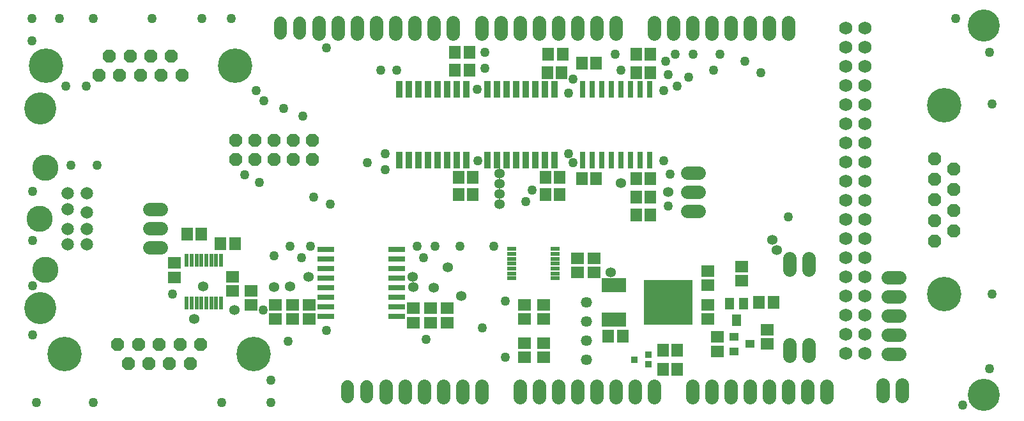
<source format=gts>
G75*
%MOIN*%
%OFA0B0*%
%FSLAX25Y25*%
%IPPOS*%
%LPD*%
%AMOC8*
5,1,8,0,0,1.08239X$1,22.5*
%
%ADD10C,0.16732*%
%ADD11R,0.06102X0.06890*%
%ADD12C,0.06921*%
%ADD13C,0.06921*%
%ADD14C,0.06584*%
%ADD15R,0.02384X0.06784*%
%ADD16C,0.05740*%
%ADD17R,0.06890X0.06102*%
%ADD18C,0.06984*%
%ADD19R,0.04528X0.04134*%
%ADD20R,0.04921X0.06496*%
%ADD21R,0.04528X0.02362*%
%ADD22R,0.03740X0.03740*%
%ADD23OC8,0.06984*%
%ADD24C,0.17984*%
%ADD25C,0.13646*%
%ADD26C,0.06528*%
%ADD27R,0.25394X0.23819*%
%ADD28R,0.12795X0.07283*%
%ADD29R,0.08784X0.03084*%
%ADD30R,0.03184X0.08784*%
%ADD31R,0.03084X0.08784*%
%ADD32C,0.05346*%
%ADD33C,0.04984*%
D10*
X0048075Y0097913D03*
X0048075Y0202244D03*
X0540201Y0245551D03*
X0540201Y0052638D03*
D11*
X0430516Y0101102D03*
X0423035Y0101102D03*
X0380378Y0076102D03*
X0372898Y0076102D03*
X0372898Y0066102D03*
X0380378Y0066102D03*
X0351953Y0083386D03*
X0344472Y0083386D03*
X0358902Y0146732D03*
X0366382Y0146732D03*
X0366382Y0156181D03*
X0358902Y0156181D03*
X0358902Y0165630D03*
X0366382Y0165630D03*
X0338035Y0165630D03*
X0330555Y0165630D03*
X0319138Y0166220D03*
X0311657Y0166220D03*
X0311657Y0157362D03*
X0319138Y0157362D03*
X0273665Y0157362D03*
X0266185Y0157362D03*
X0266185Y0166220D03*
X0273665Y0166220D03*
X0271894Y0222323D03*
X0264413Y0222323D03*
X0264413Y0231772D03*
X0271894Y0231772D03*
X0313114Y0230591D03*
X0320594Y0230591D03*
X0330555Y0225866D03*
X0338035Y0225866D03*
X0320004Y0221142D03*
X0312524Y0221142D03*
X0358902Y0221142D03*
X0366382Y0221142D03*
X0366382Y0230591D03*
X0358902Y0230591D03*
X0149630Y0131811D03*
X0142150Y0131811D03*
X0132130Y0136811D03*
X0124650Y0136811D03*
D12*
X0228232Y0057339D02*
X0228232Y0051402D01*
X0238232Y0051402D02*
X0238232Y0057339D01*
X0248232Y0057339D02*
X0248232Y0051402D01*
X0258232Y0051402D02*
X0258232Y0057339D01*
X0268232Y0057339D02*
X0268232Y0051402D01*
X0278232Y0051402D02*
X0278232Y0057339D01*
X0298232Y0057339D02*
X0298232Y0051402D01*
X0308232Y0051402D02*
X0308232Y0057339D01*
X0318232Y0057339D02*
X0318232Y0051402D01*
X0328232Y0051402D02*
X0328232Y0057339D01*
X0338232Y0057339D02*
X0338232Y0051402D01*
X0348232Y0051402D02*
X0348232Y0057339D01*
X0358232Y0057339D02*
X0358232Y0051402D01*
X0368232Y0051402D02*
X0368232Y0057339D01*
X0388232Y0057339D02*
X0388232Y0051402D01*
X0398232Y0051402D02*
X0398232Y0057339D01*
X0408232Y0057339D02*
X0408232Y0051402D01*
X0418232Y0051402D02*
X0418232Y0057339D01*
X0428232Y0057339D02*
X0428232Y0051402D01*
X0438232Y0051402D02*
X0438232Y0057339D01*
X0448232Y0057339D02*
X0448232Y0051402D01*
X0458232Y0051402D02*
X0458232Y0057339D01*
X0438232Y0241402D02*
X0438232Y0247339D01*
X0428232Y0247339D02*
X0428232Y0241402D01*
X0418232Y0241402D02*
X0418232Y0247339D01*
X0408232Y0247339D02*
X0408232Y0241402D01*
X0398232Y0241402D02*
X0398232Y0247339D01*
X0388232Y0247339D02*
X0388232Y0241402D01*
X0378232Y0241402D02*
X0378232Y0247339D01*
X0368232Y0247339D02*
X0368232Y0241402D01*
X0348232Y0241402D02*
X0348232Y0247339D01*
X0338232Y0247339D02*
X0338232Y0241402D01*
X0328232Y0241402D02*
X0328232Y0247339D01*
X0318232Y0247339D02*
X0318232Y0241402D01*
X0308232Y0241402D02*
X0308232Y0247339D01*
X0298232Y0247339D02*
X0298232Y0241402D01*
X0288232Y0241402D02*
X0288232Y0247339D01*
X0278232Y0247339D02*
X0278232Y0241402D01*
X0263232Y0241402D02*
X0263232Y0247339D01*
X0253232Y0247339D02*
X0253232Y0241402D01*
X0243232Y0241402D02*
X0243232Y0247339D01*
X0233232Y0247339D02*
X0233232Y0241402D01*
X0223232Y0241402D02*
X0223232Y0247339D01*
X0213232Y0247339D02*
X0213232Y0241402D01*
X0203232Y0241402D02*
X0203232Y0247339D01*
X0193232Y0247339D02*
X0193232Y0241402D01*
D13*
X0468232Y0244370D03*
X0478232Y0244370D03*
X0478232Y0234370D03*
X0468232Y0234370D03*
X0468232Y0224370D03*
X0478232Y0224370D03*
X0478232Y0214370D03*
X0468232Y0214370D03*
X0468232Y0204370D03*
X0478232Y0204370D03*
X0478232Y0194370D03*
X0468232Y0194370D03*
X0468232Y0184370D03*
X0478232Y0184370D03*
X0478232Y0174370D03*
X0468232Y0174370D03*
X0468232Y0164370D03*
X0478232Y0164370D03*
X0478232Y0154370D03*
X0468232Y0154370D03*
X0468232Y0144370D03*
X0478232Y0144370D03*
X0478232Y0134370D03*
X0468232Y0134370D03*
X0468232Y0124370D03*
X0478232Y0124370D03*
X0478232Y0114370D03*
X0468232Y0114370D03*
X0468232Y0104370D03*
X0478232Y0104370D03*
X0478232Y0094370D03*
X0468232Y0094370D03*
X0468232Y0084370D03*
X0478232Y0084370D03*
X0478232Y0074370D03*
X0468232Y0074370D03*
D14*
X0218232Y0057170D02*
X0218232Y0051570D01*
X0208232Y0051570D02*
X0208232Y0057170D01*
X0183232Y0241570D02*
X0183232Y0247170D01*
X0173232Y0247170D02*
X0173232Y0241570D01*
D15*
X0142390Y0122911D03*
X0139790Y0122911D03*
X0137190Y0122911D03*
X0134690Y0122911D03*
X0132090Y0122911D03*
X0129590Y0122911D03*
X0126990Y0122911D03*
X0124390Y0122911D03*
X0124390Y0100711D03*
X0126990Y0100711D03*
X0129590Y0100711D03*
X0132090Y0100711D03*
X0134690Y0100711D03*
X0137190Y0100711D03*
X0139790Y0100711D03*
X0142390Y0100711D03*
D16*
X0333035Y0101102D03*
X0333035Y0091102D03*
X0333035Y0081102D03*
X0333035Y0071102D03*
D17*
X0310535Y0072362D03*
X0300535Y0072362D03*
X0300535Y0079843D03*
X0310535Y0079843D03*
X0310535Y0092362D03*
X0300535Y0092362D03*
X0300535Y0099843D03*
X0310535Y0099843D03*
X0328272Y0116713D03*
X0328272Y0124193D03*
X0337091Y0124193D03*
X0337091Y0116713D03*
X0396362Y0117480D03*
X0396362Y0110000D03*
X0396362Y0099843D03*
X0396362Y0092362D03*
X0401362Y0082992D03*
X0401362Y0075512D03*
X0427268Y0079252D03*
X0427268Y0086732D03*
X0413862Y0112362D03*
X0413862Y0119843D03*
X0260476Y0097913D03*
X0260476Y0090433D03*
X0251618Y0090433D03*
X0242760Y0090433D03*
X0242760Y0097913D03*
X0251618Y0097913D03*
X0188429Y0099685D03*
X0179571Y0099685D03*
X0179571Y0092205D03*
X0188429Y0092205D03*
X0170713Y0092205D03*
X0170713Y0099685D03*
X0157839Y0099567D03*
X0148390Y0106890D03*
X0157839Y0107047D03*
X0148390Y0114370D03*
X0118055Y0114075D03*
X0118055Y0121555D03*
D18*
X0110957Y0129646D02*
X0104957Y0129646D01*
X0104957Y0139646D02*
X0110957Y0139646D01*
X0110957Y0149646D02*
X0104957Y0149646D01*
X0385626Y0148543D02*
X0391626Y0148543D01*
X0391626Y0158543D02*
X0385626Y0158543D01*
X0385626Y0168543D02*
X0391626Y0168543D01*
X0438862Y0124102D02*
X0438862Y0118102D01*
X0448862Y0118102D02*
X0448862Y0124102D01*
X0490154Y0114173D02*
X0496154Y0114173D01*
X0496154Y0104173D02*
X0490154Y0104173D01*
X0490154Y0094173D02*
X0496154Y0094173D01*
X0496154Y0084173D02*
X0490154Y0084173D01*
X0490154Y0074173D02*
X0496154Y0074173D01*
X0497563Y0058000D02*
X0497563Y0052000D01*
X0487563Y0052000D02*
X0487563Y0058000D01*
X0448862Y0073102D02*
X0448862Y0079102D01*
X0438862Y0079102D02*
X0438862Y0073102D01*
D19*
X0418193Y0079252D03*
X0409925Y0082992D03*
X0409925Y0075512D03*
D20*
X0411362Y0091772D03*
X0407622Y0100433D03*
X0415102Y0100433D03*
D21*
X0316500Y0113563D03*
X0316500Y0116122D03*
X0316500Y0118681D03*
X0316500Y0121240D03*
X0316500Y0123799D03*
X0316500Y0126358D03*
X0316500Y0128917D03*
X0293862Y0128917D03*
X0293862Y0126358D03*
X0293862Y0123799D03*
X0293862Y0121240D03*
X0293862Y0118681D03*
X0293862Y0116122D03*
X0293862Y0113563D03*
D22*
X0365280Y0073661D03*
X0365280Y0068543D03*
X0357996Y0071102D03*
D23*
X0514610Y0132967D03*
X0524610Y0138367D03*
X0514610Y0143767D03*
X0524610Y0149167D03*
X0514610Y0154567D03*
X0524610Y0159967D03*
X0514610Y0165367D03*
X0524610Y0170767D03*
X0514610Y0176167D03*
X0189965Y0175650D03*
X0179965Y0175650D03*
X0169965Y0175650D03*
X0159965Y0175650D03*
X0149965Y0175650D03*
X0149965Y0185650D03*
X0159965Y0185650D03*
X0169965Y0185650D03*
X0179965Y0185650D03*
X0189965Y0185650D03*
X0121880Y0219744D03*
X0111080Y0219744D03*
X0100280Y0219744D03*
X0089480Y0219744D03*
X0078680Y0219744D03*
X0084080Y0229744D03*
X0094880Y0229744D03*
X0105680Y0229744D03*
X0116480Y0229744D03*
X0120883Y0079055D03*
X0110083Y0079055D03*
X0099283Y0079055D03*
X0088483Y0079055D03*
X0093883Y0069055D03*
X0104683Y0069055D03*
X0115483Y0069055D03*
X0126283Y0069055D03*
X0131683Y0079055D03*
D24*
X0159383Y0074055D03*
X0060783Y0074055D03*
X0050980Y0224744D03*
X0149580Y0224744D03*
X0519610Y0203867D03*
X0519610Y0105267D03*
D25*
X0050673Y0118071D03*
X0047524Y0144646D03*
X0050673Y0171220D03*
D26*
X0062484Y0158031D03*
X0072327Y0158031D03*
X0062484Y0149764D03*
X0072327Y0148189D03*
X0072327Y0139528D03*
X0072327Y0131260D03*
X0062484Y0131260D03*
X0062484Y0139528D03*
D27*
X0375732Y0101102D03*
D28*
X0347465Y0092126D03*
X0347465Y0110079D03*
D29*
X0234094Y0108799D03*
X0234094Y0103799D03*
X0234094Y0098799D03*
X0234094Y0093799D03*
X0197094Y0093799D03*
X0197094Y0098799D03*
X0197094Y0103799D03*
X0197094Y0108799D03*
X0197094Y0113799D03*
X0197094Y0118799D03*
X0197094Y0123799D03*
X0197094Y0128799D03*
X0234094Y0128799D03*
X0234094Y0123799D03*
X0234094Y0118799D03*
X0234094Y0113799D03*
D30*
X0235299Y0175476D03*
X0240299Y0175476D03*
X0245299Y0175476D03*
X0250299Y0175476D03*
X0255299Y0175476D03*
X0260299Y0175476D03*
X0265299Y0175476D03*
X0270299Y0175476D03*
X0281362Y0175476D03*
X0286362Y0175476D03*
X0291362Y0175476D03*
X0296362Y0175476D03*
X0301362Y0175476D03*
X0306362Y0175476D03*
X0311362Y0175476D03*
X0316362Y0175476D03*
X0316362Y0212476D03*
X0311362Y0212476D03*
X0306362Y0212476D03*
X0301362Y0212476D03*
X0296362Y0212476D03*
X0291362Y0212476D03*
X0286362Y0212476D03*
X0281362Y0212476D03*
X0270299Y0212476D03*
X0265299Y0212476D03*
X0260299Y0212476D03*
X0255299Y0212476D03*
X0250299Y0212476D03*
X0245299Y0212476D03*
X0240299Y0212476D03*
X0235299Y0212476D03*
D31*
X0330969Y0212476D03*
X0335969Y0212476D03*
X0340969Y0212476D03*
X0345969Y0212476D03*
X0350969Y0212476D03*
X0355969Y0212476D03*
X0360969Y0212476D03*
X0365969Y0212476D03*
X0365969Y0175476D03*
X0360969Y0175476D03*
X0355969Y0175476D03*
X0350969Y0175476D03*
X0345969Y0175476D03*
X0340969Y0175476D03*
X0335969Y0175476D03*
X0330969Y0175476D03*
D32*
X0350831Y0163268D03*
X0375634Y0158543D03*
X0429965Y0133740D03*
X0432327Y0128425D03*
X0345516Y0116614D03*
X0287642Y0152441D03*
X0287642Y0157756D03*
X0287642Y0163071D03*
X0287642Y0168386D03*
X0260673Y0119370D03*
X0253390Y0108543D03*
X0242760Y0108937D03*
X0242169Y0114252D03*
X0267563Y0104213D03*
X0187839Y0114252D03*
X0178390Y0109528D03*
X0170122Y0108937D03*
X0149453Y0097126D03*
X0128193Y0092402D03*
X0132917Y0109528D03*
D33*
X0046106Y0048701D03*
X0075634Y0048701D03*
X0142563Y0048701D03*
X0168154Y0048701D03*
X0168154Y0060512D03*
X0177209Y0080591D03*
X0197287Y0086496D03*
X0164217Y0097126D03*
X0116972Y0105394D03*
X0170122Y0125472D03*
X0178390Y0130197D03*
X0184295Y0124291D03*
X0189020Y0130197D03*
X0199453Y0152244D03*
X0190594Y0155984D03*
X0162445Y0163661D03*
X0154768Y0167598D03*
X0185083Y0198504D03*
X0174846Y0202441D03*
X0164807Y0206378D03*
X0160673Y0211693D03*
X0197287Y0234134D03*
X0225634Y0222323D03*
X0233902Y0222323D03*
X0275831Y0212283D03*
X0279965Y0223504D03*
X0279965Y0231772D03*
X0326028Y0217598D03*
X0323665Y0210512D03*
X0350831Y0222323D03*
X0347878Y0230591D03*
X0374453Y0227047D03*
X0379177Y0230591D03*
X0388626Y0230591D03*
X0402799Y0230591D03*
X0399256Y0222323D03*
X0386264Y0218780D03*
X0375634Y0219961D03*
X0380358Y0214055D03*
X0373272Y0211693D03*
X0415791Y0227047D03*
X0424059Y0221142D03*
X0373272Y0175079D03*
X0376815Y0167992D03*
X0375634Y0151457D03*
X0326028Y0173898D03*
X0323665Y0178622D03*
X0304768Y0159724D03*
X0301224Y0153819D03*
X0276421Y0175079D03*
X0227996Y0178622D03*
X0218547Y0173898D03*
X0227996Y0170354D03*
X0244531Y0130197D03*
X0248075Y0124291D03*
X0253980Y0130197D03*
X0266972Y0130197D03*
X0284689Y0130197D03*
X0290594Y0101850D03*
X0278783Y0087677D03*
X0290594Y0072323D03*
X0249256Y0081772D03*
X0077602Y0172717D03*
X0063823Y0172717D03*
X0044138Y0158937D03*
X0044138Y0133346D03*
X0044138Y0109724D03*
X0044138Y0084134D03*
X0061461Y0214055D03*
X0072091Y0214055D03*
X0043744Y0237677D03*
X0043744Y0249488D03*
X0057917Y0249488D03*
X0075634Y0249488D03*
X0106343Y0249488D03*
X0132327Y0249488D03*
X0147681Y0249488D03*
X0438232Y0145551D03*
X0544531Y0105394D03*
X0543350Y0066417D03*
X0529177Y0047520D03*
X0544531Y0204606D03*
X0543350Y0231772D03*
X0525634Y0249488D03*
M02*

</source>
